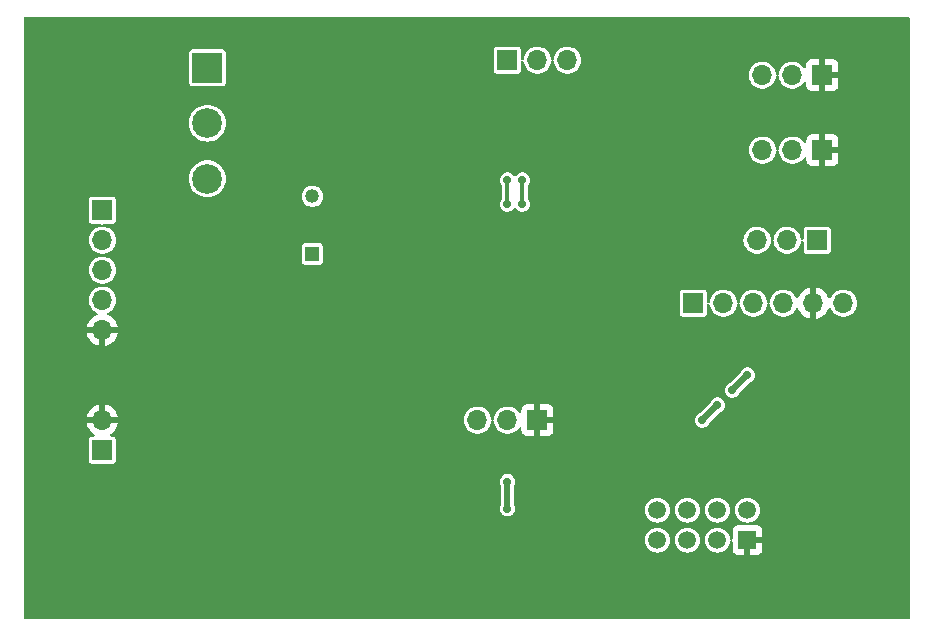
<source format=gbl>
G04 #@! TF.GenerationSoftware,KiCad,Pcbnew,8.0.6*
G04 #@! TF.CreationDate,2025-01-30T10:50:32+01:00*
G04 #@! TF.ProjectId,colorsorter_schematic,636f6c6f-7273-46f7-9274-65725f736368,rev?*
G04 #@! TF.SameCoordinates,Original*
G04 #@! TF.FileFunction,Copper,L2,Bot*
G04 #@! TF.FilePolarity,Positive*
%FSLAX46Y46*%
G04 Gerber Fmt 4.6, Leading zero omitted, Abs format (unit mm)*
G04 Created by KiCad (PCBNEW 8.0.6) date 2025-01-30 10:50:32*
%MOMM*%
%LPD*%
G01*
G04 APERTURE LIST*
G04 #@! TA.AperFunction,ComponentPad*
%ADD10R,1.700000X1.700000*%
G04 #@! TD*
G04 #@! TA.AperFunction,ComponentPad*
%ADD11O,1.700000X1.700000*%
G04 #@! TD*
G04 #@! TA.AperFunction,ComponentPad*
%ADD12R,2.520000X2.520000*%
G04 #@! TD*
G04 #@! TA.AperFunction,ComponentPad*
%ADD13C,2.520000*%
G04 #@! TD*
G04 #@! TA.AperFunction,ComponentPad*
%ADD14R,1.192000X1.192000*%
G04 #@! TD*
G04 #@! TA.AperFunction,ComponentPad*
%ADD15C,1.192000*%
G04 #@! TD*
G04 #@! TA.AperFunction,ComponentPad*
%ADD16R,1.500000X1.500000*%
G04 #@! TD*
G04 #@! TA.AperFunction,ComponentPad*
%ADD17C,1.500000*%
G04 #@! TD*
G04 #@! TA.AperFunction,ViaPad*
%ADD18C,0.700000*%
G04 #@! TD*
G04 #@! TA.AperFunction,Conductor*
%ADD19C,0.500000*%
G04 #@! TD*
G04 #@! TA.AperFunction,Conductor*
%ADD20C,0.300000*%
G04 #@! TD*
G04 APERTURE END LIST*
D10*
X164338000Y-99684000D03*
D11*
X166878000Y-99684000D03*
X169418000Y-99684000D03*
X171958000Y-99684000D03*
X174498000Y-99684000D03*
X177038000Y-99684000D03*
D12*
X123190000Y-79744000D03*
D13*
X123190000Y-84444000D03*
X123190000Y-89144000D03*
D10*
X174809150Y-94350000D03*
D11*
X172269150Y-94350000D03*
X169729150Y-94350000D03*
D10*
X114300000Y-112130000D03*
D11*
X114300000Y-109590000D03*
D14*
X132080000Y-95520000D03*
D15*
X132080000Y-90640000D03*
D16*
X168910000Y-119750000D03*
D17*
X166370000Y-119750000D03*
X163830000Y-119750000D03*
X161290000Y-119750000D03*
X168910000Y-117210000D03*
X166370000Y-117210000D03*
X163830000Y-117210000D03*
X161290000Y-117210000D03*
D10*
X175260000Y-86730000D03*
D11*
X172720000Y-86730000D03*
X170180000Y-86730000D03*
D10*
X114300000Y-91810000D03*
D11*
X114300000Y-94350000D03*
X114300000Y-96890000D03*
X114300000Y-99430000D03*
X114300000Y-101970000D03*
D10*
X151130000Y-109590000D03*
D11*
X148590000Y-109590000D03*
X146050000Y-109590000D03*
D10*
X148590000Y-79110000D03*
D11*
X151130000Y-79110000D03*
X153670000Y-79110000D03*
D10*
X175245000Y-80380000D03*
D11*
X172705000Y-80380000D03*
X170165000Y-80380000D03*
D18*
X167640000Y-107050000D03*
X165100000Y-109590000D03*
X166370000Y-108320000D03*
X168910000Y-105780000D03*
X170942000Y-119750000D03*
X177901600Y-80380000D03*
X157480000Y-85714000D03*
X151130000Y-112130000D03*
X122809000Y-101335000D03*
X139090400Y-98160000D03*
X164338000Y-82920000D03*
X137535000Y-94280000D03*
X116840000Y-90286000D03*
X135809995Y-116702000D03*
X145592800Y-104510000D03*
X163830000Y-95620000D03*
X164084000Y-85460000D03*
X176635000Y-107055000D03*
X155346400Y-104510000D03*
X177749200Y-86730000D03*
X122809000Y-94858000D03*
X148132800Y-93384800D03*
X158546800Y-112790400D03*
X111963200Y-109590000D03*
X174498000Y-101970000D03*
X119635001Y-108575001D03*
X157429200Y-95924800D03*
X138684000Y-89270000D03*
X116840000Y-101970000D03*
X148590000Y-117083000D03*
X148590000Y-114797000D03*
X148590000Y-89270000D03*
X148590000Y-91302000D03*
X149860000Y-91302000D03*
X149860000Y-89270000D03*
D19*
X165100000Y-109590000D02*
X166370000Y-108320000D01*
X167640000Y-107050000D02*
X168910000Y-105780000D01*
X148590000Y-114797000D02*
X148590000Y-117083000D01*
D20*
X148590000Y-89270000D02*
X148590000Y-91302000D01*
X149860000Y-91302000D02*
X149860000Y-89270000D01*
G04 #@! TA.AperFunction,Conductor*
G36*
X182602539Y-75450185D02*
G01*
X182648294Y-75502989D01*
X182659500Y-75554500D01*
X182659500Y-126305500D01*
X182639815Y-126372539D01*
X182587011Y-126418294D01*
X182535500Y-126429500D01*
X107784500Y-126429500D01*
X107717461Y-126409815D01*
X107671706Y-126357011D01*
X107660500Y-126305500D01*
X107660500Y-119750000D01*
X160234417Y-119750000D01*
X160254699Y-119955932D01*
X160254700Y-119955934D01*
X160314768Y-120153954D01*
X160412315Y-120336450D01*
X160412317Y-120336452D01*
X160543589Y-120496410D01*
X160606242Y-120547827D01*
X160703550Y-120627685D01*
X160886046Y-120725232D01*
X161084066Y-120785300D01*
X161084065Y-120785300D01*
X161102529Y-120787118D01*
X161290000Y-120805583D01*
X161495934Y-120785300D01*
X161693954Y-120725232D01*
X161876450Y-120627685D01*
X162036410Y-120496410D01*
X162167685Y-120336450D01*
X162265232Y-120153954D01*
X162325300Y-119955934D01*
X162345583Y-119750000D01*
X162774417Y-119750000D01*
X162794699Y-119955932D01*
X162794700Y-119955934D01*
X162854768Y-120153954D01*
X162952315Y-120336450D01*
X162952317Y-120336452D01*
X163083589Y-120496410D01*
X163146242Y-120547827D01*
X163243550Y-120627685D01*
X163426046Y-120725232D01*
X163624066Y-120785300D01*
X163624065Y-120785300D01*
X163642529Y-120787118D01*
X163830000Y-120805583D01*
X164035934Y-120785300D01*
X164233954Y-120725232D01*
X164416450Y-120627685D01*
X164576410Y-120496410D01*
X164707685Y-120336450D01*
X164805232Y-120153954D01*
X164865300Y-119955934D01*
X164885583Y-119750000D01*
X165314417Y-119750000D01*
X165334699Y-119955932D01*
X165334700Y-119955934D01*
X165394768Y-120153954D01*
X165492315Y-120336450D01*
X165492317Y-120336452D01*
X165623589Y-120496410D01*
X165686242Y-120547827D01*
X165783550Y-120627685D01*
X165966046Y-120725232D01*
X166164066Y-120785300D01*
X166164065Y-120785300D01*
X166182529Y-120787118D01*
X166370000Y-120805583D01*
X166575934Y-120785300D01*
X166773954Y-120725232D01*
X166956450Y-120627685D01*
X167116410Y-120496410D01*
X167247685Y-120336450D01*
X167345232Y-120153954D01*
X167405300Y-119955934D01*
X167412597Y-119881848D01*
X167438758Y-119817061D01*
X167495792Y-119776702D01*
X167565592Y-119773585D01*
X167625997Y-119808700D01*
X167657828Y-119870897D01*
X167660000Y-119894002D01*
X167660000Y-120547844D01*
X167666401Y-120607372D01*
X167666403Y-120607379D01*
X167716645Y-120742086D01*
X167716649Y-120742093D01*
X167802809Y-120857187D01*
X167802812Y-120857190D01*
X167917906Y-120943350D01*
X167917913Y-120943354D01*
X168052620Y-120993596D01*
X168052627Y-120993598D01*
X168112155Y-120999999D01*
X168112172Y-121000000D01*
X168660000Y-121000000D01*
X168660000Y-120065686D01*
X168664394Y-120070080D01*
X168755606Y-120122741D01*
X168857339Y-120150000D01*
X168962661Y-120150000D01*
X169064394Y-120122741D01*
X169155606Y-120070080D01*
X169160000Y-120065686D01*
X169160000Y-121000000D01*
X169707828Y-121000000D01*
X169707844Y-120999999D01*
X169767372Y-120993598D01*
X169767379Y-120993596D01*
X169902086Y-120943354D01*
X169902093Y-120943350D01*
X170017187Y-120857190D01*
X170017190Y-120857187D01*
X170103350Y-120742093D01*
X170103354Y-120742086D01*
X170153596Y-120607379D01*
X170153598Y-120607372D01*
X170159999Y-120547844D01*
X170160000Y-120547827D01*
X170160000Y-120000000D01*
X169225686Y-120000000D01*
X169230080Y-119995606D01*
X169282741Y-119904394D01*
X169310000Y-119802661D01*
X169310000Y-119697339D01*
X169282741Y-119595606D01*
X169230080Y-119504394D01*
X169225686Y-119500000D01*
X170160000Y-119500000D01*
X170160000Y-118952172D01*
X170159999Y-118952155D01*
X170153598Y-118892627D01*
X170153596Y-118892620D01*
X170103354Y-118757913D01*
X170103350Y-118757906D01*
X170017190Y-118642812D01*
X170017187Y-118642809D01*
X169902093Y-118556649D01*
X169902086Y-118556645D01*
X169767379Y-118506403D01*
X169767372Y-118506401D01*
X169707844Y-118500000D01*
X169054002Y-118500000D01*
X168986963Y-118480315D01*
X168941208Y-118427511D01*
X168931264Y-118358353D01*
X168960289Y-118294797D01*
X169019067Y-118257023D01*
X169041848Y-118252597D01*
X169060916Y-118250718D01*
X169115934Y-118245300D01*
X169313954Y-118185232D01*
X169496450Y-118087685D01*
X169656410Y-117956410D01*
X169787685Y-117796450D01*
X169885232Y-117613954D01*
X169945300Y-117415934D01*
X169965583Y-117210000D01*
X169945300Y-117004066D01*
X169885232Y-116806046D01*
X169787685Y-116623550D01*
X169735702Y-116560209D01*
X169656410Y-116463589D01*
X169496452Y-116332317D01*
X169496453Y-116332317D01*
X169496450Y-116332315D01*
X169313954Y-116234768D01*
X169115934Y-116174700D01*
X169115932Y-116174699D01*
X169115934Y-116174699D01*
X168910000Y-116154417D01*
X168704067Y-116174699D01*
X168506043Y-116234769D01*
X168395898Y-116293643D01*
X168323550Y-116332315D01*
X168323548Y-116332316D01*
X168323547Y-116332317D01*
X168163589Y-116463589D01*
X168032317Y-116623547D01*
X167934769Y-116806043D01*
X167874699Y-117004067D01*
X167854417Y-117210000D01*
X167874699Y-117415932D01*
X167934769Y-117613956D01*
X167941502Y-117626554D01*
X168032315Y-117796450D01*
X168032317Y-117796452D01*
X168163589Y-117956410D01*
X168260209Y-118035702D01*
X168323550Y-118087685D01*
X168506046Y-118185232D01*
X168704066Y-118245300D01*
X168704065Y-118245300D01*
X168778152Y-118252597D01*
X168842939Y-118278758D01*
X168883298Y-118335792D01*
X168886415Y-118405592D01*
X168851300Y-118465997D01*
X168789103Y-118497828D01*
X168765998Y-118500000D01*
X168112155Y-118500000D01*
X168052627Y-118506401D01*
X168052620Y-118506403D01*
X167917913Y-118556645D01*
X167917906Y-118556649D01*
X167802812Y-118642809D01*
X167802809Y-118642812D01*
X167716649Y-118757906D01*
X167716645Y-118757913D01*
X167666403Y-118892620D01*
X167666401Y-118892627D01*
X167660000Y-118952155D01*
X167660000Y-119605997D01*
X167640315Y-119673036D01*
X167587511Y-119718791D01*
X167518353Y-119728735D01*
X167454797Y-119699710D01*
X167417023Y-119640932D01*
X167412597Y-119618151D01*
X167405300Y-119544067D01*
X167395332Y-119511206D01*
X167345232Y-119346046D01*
X167247685Y-119163550D01*
X167195702Y-119100209D01*
X167116410Y-119003589D01*
X166956452Y-118872317D01*
X166956453Y-118872317D01*
X166956450Y-118872315D01*
X166773954Y-118774768D01*
X166575934Y-118714700D01*
X166575932Y-118714699D01*
X166575934Y-118714699D01*
X166370000Y-118694417D01*
X166164067Y-118714699D01*
X165966043Y-118774769D01*
X165855898Y-118833643D01*
X165783550Y-118872315D01*
X165783548Y-118872316D01*
X165783547Y-118872317D01*
X165623589Y-119003589D01*
X165492317Y-119163547D01*
X165394769Y-119346043D01*
X165334699Y-119544067D01*
X165314417Y-119750000D01*
X164885583Y-119750000D01*
X164865300Y-119544066D01*
X164805232Y-119346046D01*
X164707685Y-119163550D01*
X164655702Y-119100209D01*
X164576410Y-119003589D01*
X164416452Y-118872317D01*
X164416453Y-118872317D01*
X164416450Y-118872315D01*
X164233954Y-118774768D01*
X164035934Y-118714700D01*
X164035932Y-118714699D01*
X164035934Y-118714699D01*
X163830000Y-118694417D01*
X163624067Y-118714699D01*
X163426043Y-118774769D01*
X163315898Y-118833643D01*
X163243550Y-118872315D01*
X163243548Y-118872316D01*
X163243547Y-118872317D01*
X163083589Y-119003589D01*
X162952317Y-119163547D01*
X162854769Y-119346043D01*
X162794699Y-119544067D01*
X162774417Y-119750000D01*
X162345583Y-119750000D01*
X162325300Y-119544066D01*
X162265232Y-119346046D01*
X162167685Y-119163550D01*
X162115702Y-119100209D01*
X162036410Y-119003589D01*
X161876452Y-118872317D01*
X161876453Y-118872317D01*
X161876450Y-118872315D01*
X161693954Y-118774768D01*
X161495934Y-118714700D01*
X161495932Y-118714699D01*
X161495934Y-118714699D01*
X161290000Y-118694417D01*
X161084067Y-118714699D01*
X160886043Y-118774769D01*
X160775898Y-118833643D01*
X160703550Y-118872315D01*
X160703548Y-118872316D01*
X160703547Y-118872317D01*
X160543589Y-119003589D01*
X160412317Y-119163547D01*
X160314769Y-119346043D01*
X160254699Y-119544067D01*
X160234417Y-119750000D01*
X107660500Y-119750000D01*
X107660500Y-114796999D01*
X147934722Y-114796999D01*
X147934722Y-114797000D01*
X147953762Y-114953818D01*
X148009780Y-115101523D01*
X148017548Y-115112777D01*
X148039433Y-115179130D01*
X148039500Y-115183219D01*
X148039500Y-116696780D01*
X148019815Y-116763819D01*
X148017552Y-116767217D01*
X148009780Y-116778476D01*
X147953762Y-116926181D01*
X147934722Y-117082999D01*
X147934722Y-117083000D01*
X147953762Y-117239818D01*
X148009780Y-117387523D01*
X148099517Y-117517530D01*
X148217760Y-117622283D01*
X148217762Y-117622284D01*
X148357634Y-117695696D01*
X148511014Y-117733500D01*
X148511015Y-117733500D01*
X148668985Y-117733500D01*
X148822365Y-117695696D01*
X148962240Y-117622283D01*
X149080483Y-117517530D01*
X149170220Y-117387523D01*
X149226237Y-117239818D01*
X149229858Y-117210000D01*
X160234417Y-117210000D01*
X160254699Y-117415932D01*
X160314769Y-117613956D01*
X160321502Y-117626554D01*
X160412315Y-117796450D01*
X160412317Y-117796452D01*
X160543589Y-117956410D01*
X160640209Y-118035702D01*
X160703550Y-118087685D01*
X160886046Y-118185232D01*
X161084066Y-118245300D01*
X161084065Y-118245300D01*
X161102529Y-118247118D01*
X161290000Y-118265583D01*
X161495934Y-118245300D01*
X161693954Y-118185232D01*
X161876450Y-118087685D01*
X162036410Y-117956410D01*
X162167685Y-117796450D01*
X162265232Y-117613954D01*
X162325300Y-117415934D01*
X162345583Y-117210000D01*
X162774417Y-117210000D01*
X162794699Y-117415932D01*
X162854769Y-117613956D01*
X162861502Y-117626554D01*
X162952315Y-117796450D01*
X162952317Y-117796452D01*
X163083589Y-117956410D01*
X163180209Y-118035702D01*
X163243550Y-118087685D01*
X163426046Y-118185232D01*
X163624066Y-118245300D01*
X163624065Y-118245300D01*
X163642529Y-118247118D01*
X163830000Y-118265583D01*
X164035934Y-118245300D01*
X164233954Y-118185232D01*
X164416450Y-118087685D01*
X164576410Y-117956410D01*
X164707685Y-117796450D01*
X164805232Y-117613954D01*
X164865300Y-117415934D01*
X164885583Y-117210000D01*
X165314417Y-117210000D01*
X165334699Y-117415932D01*
X165394769Y-117613956D01*
X165401502Y-117626554D01*
X165492315Y-117796450D01*
X165492317Y-117796452D01*
X165623589Y-117956410D01*
X165720209Y-118035702D01*
X165783550Y-118087685D01*
X165966046Y-118185232D01*
X166164066Y-118245300D01*
X166164065Y-118245300D01*
X166182529Y-118247118D01*
X166370000Y-118265583D01*
X166575934Y-118245300D01*
X166773954Y-118185232D01*
X166956450Y-118087685D01*
X167116410Y-117956410D01*
X167247685Y-117796450D01*
X167345232Y-117613954D01*
X167405300Y-117415934D01*
X167425583Y-117210000D01*
X167405300Y-117004066D01*
X167345232Y-116806046D01*
X167247685Y-116623550D01*
X167195702Y-116560209D01*
X167116410Y-116463589D01*
X166956452Y-116332317D01*
X166956453Y-116332317D01*
X166956450Y-116332315D01*
X166773954Y-116234768D01*
X166575934Y-116174700D01*
X166575932Y-116174699D01*
X166575934Y-116174699D01*
X166370000Y-116154417D01*
X166164067Y-116174699D01*
X165966043Y-116234769D01*
X165855898Y-116293643D01*
X165783550Y-116332315D01*
X165783548Y-116332316D01*
X165783547Y-116332317D01*
X165623589Y-116463589D01*
X165492317Y-116623547D01*
X165394769Y-116806043D01*
X165334699Y-117004067D01*
X165314417Y-117210000D01*
X164885583Y-117210000D01*
X164865300Y-117004066D01*
X164805232Y-116806046D01*
X164707685Y-116623550D01*
X164655702Y-116560209D01*
X164576410Y-116463589D01*
X164416452Y-116332317D01*
X164416453Y-116332317D01*
X164416450Y-116332315D01*
X164233954Y-116234768D01*
X164035934Y-116174700D01*
X164035932Y-116174699D01*
X164035934Y-116174699D01*
X163830000Y-116154417D01*
X163624067Y-116174699D01*
X163426043Y-116234769D01*
X163315898Y-116293643D01*
X163243550Y-116332315D01*
X163243548Y-116332316D01*
X163243547Y-116332317D01*
X163083589Y-116463589D01*
X162952317Y-116623547D01*
X162854769Y-116806043D01*
X162794699Y-117004067D01*
X162774417Y-117210000D01*
X162345583Y-117210000D01*
X162325300Y-117004066D01*
X162265232Y-116806046D01*
X162167685Y-116623550D01*
X162115702Y-116560209D01*
X162036410Y-116463589D01*
X161876452Y-116332317D01*
X161876453Y-116332317D01*
X161876450Y-116332315D01*
X161693954Y-116234768D01*
X161495934Y-116174700D01*
X161495932Y-116174699D01*
X161495934Y-116174699D01*
X161290000Y-116154417D01*
X161084067Y-116174699D01*
X160886043Y-116234769D01*
X160775898Y-116293643D01*
X160703550Y-116332315D01*
X160703548Y-116332316D01*
X160703547Y-116332317D01*
X160543589Y-116463589D01*
X160412317Y-116623547D01*
X160314769Y-116806043D01*
X160254699Y-117004067D01*
X160234417Y-117210000D01*
X149229858Y-117210000D01*
X149245278Y-117083000D01*
X149226237Y-116926182D01*
X149170220Y-116778477D01*
X149162448Y-116767217D01*
X149140567Y-116700862D01*
X149140500Y-116696780D01*
X149140500Y-115183219D01*
X149160185Y-115116180D01*
X149162434Y-115112802D01*
X149170220Y-115101523D01*
X149226237Y-114953818D01*
X149245278Y-114797000D01*
X149226237Y-114640182D01*
X149170220Y-114492477D01*
X149080483Y-114362470D01*
X148962240Y-114257717D01*
X148962238Y-114257716D01*
X148962237Y-114257715D01*
X148822365Y-114184303D01*
X148668986Y-114146500D01*
X148668985Y-114146500D01*
X148511015Y-114146500D01*
X148511014Y-114146500D01*
X148357634Y-114184303D01*
X148217762Y-114257715D01*
X148099516Y-114362471D01*
X148009781Y-114492475D01*
X148009780Y-114492476D01*
X147953762Y-114640181D01*
X147934722Y-114796999D01*
X107660500Y-114796999D01*
X107660500Y-109339999D01*
X112969364Y-109339999D01*
X112969364Y-109340000D01*
X113866988Y-109340000D01*
X113834075Y-109397007D01*
X113800000Y-109524174D01*
X113800000Y-109655826D01*
X113834075Y-109782993D01*
X113866988Y-109840000D01*
X112969364Y-109840000D01*
X113026567Y-110053486D01*
X113026570Y-110053492D01*
X113126399Y-110267578D01*
X113261894Y-110461082D01*
X113428917Y-110628105D01*
X113608605Y-110753925D01*
X113652230Y-110808502D01*
X113659422Y-110878001D01*
X113627900Y-110940355D01*
X113567670Y-110975769D01*
X113537482Y-110979500D01*
X113405144Y-110979500D01*
X113405117Y-110979502D01*
X113380012Y-110982413D01*
X113380008Y-110982415D01*
X113277235Y-111027793D01*
X113197794Y-111107234D01*
X113152415Y-111210006D01*
X113152415Y-111210008D01*
X113149500Y-111235131D01*
X113149500Y-113024856D01*
X113149502Y-113024882D01*
X113152413Y-113049987D01*
X113152415Y-113049991D01*
X113197793Y-113152764D01*
X113197794Y-113152765D01*
X113277235Y-113232206D01*
X113380009Y-113277585D01*
X113405135Y-113280500D01*
X115194864Y-113280499D01*
X115194879Y-113280497D01*
X115194882Y-113280497D01*
X115219987Y-113277586D01*
X115219988Y-113277585D01*
X115219991Y-113277585D01*
X115322765Y-113232206D01*
X115402206Y-113152765D01*
X115447585Y-113049991D01*
X115450500Y-113024865D01*
X115450499Y-111235136D01*
X115450497Y-111235117D01*
X115447586Y-111210012D01*
X115447585Y-111210010D01*
X115447585Y-111210009D01*
X115402206Y-111107235D01*
X115322765Y-111027794D01*
X115322763Y-111027793D01*
X115219992Y-110982415D01*
X115194868Y-110979500D01*
X115062519Y-110979500D01*
X114995480Y-110959815D01*
X114949725Y-110907011D01*
X114939781Y-110837853D01*
X114968806Y-110774297D01*
X114991395Y-110753925D01*
X115171082Y-110628105D01*
X115338105Y-110461082D01*
X115473600Y-110267578D01*
X115573429Y-110053492D01*
X115573432Y-110053486D01*
X115630636Y-109840000D01*
X114733012Y-109840000D01*
X114765925Y-109782993D01*
X114800000Y-109655826D01*
X114800000Y-109590000D01*
X144894571Y-109590000D01*
X144914244Y-109802310D01*
X144967675Y-109990099D01*
X144972596Y-110007392D01*
X144972596Y-110007394D01*
X145067632Y-110198253D01*
X145139385Y-110293268D01*
X145196128Y-110368407D01*
X145353698Y-110512052D01*
X145534981Y-110624298D01*
X145733802Y-110701321D01*
X145943390Y-110740500D01*
X145943392Y-110740500D01*
X146156608Y-110740500D01*
X146156610Y-110740500D01*
X146366198Y-110701321D01*
X146565019Y-110624298D01*
X146746302Y-110512052D01*
X146903872Y-110368407D01*
X147032366Y-110198255D01*
X147086270Y-110090000D01*
X147127403Y-110007394D01*
X147127403Y-110007393D01*
X147127405Y-110007389D01*
X147185756Y-109802310D01*
X147196529Y-109686047D01*
X147222315Y-109621111D01*
X147264622Y-109590804D01*
X147373130Y-109590804D01*
X147409503Y-109611668D01*
X147441693Y-109673681D01*
X147443470Y-109686047D01*
X147454244Y-109802310D01*
X147507675Y-109990099D01*
X147512596Y-110007392D01*
X147512596Y-110007394D01*
X147607632Y-110198253D01*
X147679385Y-110293268D01*
X147736128Y-110368407D01*
X147893698Y-110512052D01*
X148074981Y-110624298D01*
X148273802Y-110701321D01*
X148483390Y-110740500D01*
X148483392Y-110740500D01*
X148696608Y-110740500D01*
X148696610Y-110740500D01*
X148906198Y-110701321D01*
X149105019Y-110624298D01*
X149286302Y-110512052D01*
X149443872Y-110368407D01*
X149557047Y-110218540D01*
X149613155Y-110176905D01*
X149682867Y-110172214D01*
X149744049Y-110205956D01*
X149777276Y-110267419D01*
X149780000Y-110293268D01*
X149780000Y-110487844D01*
X149786401Y-110547372D01*
X149786403Y-110547379D01*
X149836645Y-110682086D01*
X149836649Y-110682093D01*
X149922809Y-110797187D01*
X149922812Y-110797190D01*
X150037906Y-110883350D01*
X150037913Y-110883354D01*
X150172620Y-110933596D01*
X150172627Y-110933598D01*
X150232155Y-110939999D01*
X150232172Y-110940000D01*
X150880000Y-110940000D01*
X150880000Y-110023012D01*
X150937007Y-110055925D01*
X151064174Y-110090000D01*
X151195826Y-110090000D01*
X151322993Y-110055925D01*
X151380000Y-110023012D01*
X151380000Y-110940000D01*
X152027828Y-110940000D01*
X152027844Y-110939999D01*
X152087372Y-110933598D01*
X152087379Y-110933596D01*
X152222086Y-110883354D01*
X152222093Y-110883350D01*
X152337187Y-110797190D01*
X152337190Y-110797187D01*
X152423350Y-110682093D01*
X152423354Y-110682086D01*
X152473596Y-110547379D01*
X152473598Y-110547372D01*
X152479999Y-110487844D01*
X152480000Y-110487827D01*
X152480000Y-109840000D01*
X151563012Y-109840000D01*
X151595925Y-109782993D01*
X151630000Y-109655826D01*
X151630000Y-109589999D01*
X164444722Y-109589999D01*
X164444722Y-109590000D01*
X164463762Y-109746818D01*
X164477482Y-109782993D01*
X164519780Y-109894523D01*
X164609517Y-110024530D01*
X164727760Y-110129283D01*
X164727762Y-110129284D01*
X164867634Y-110202696D01*
X165021014Y-110240500D01*
X165021015Y-110240500D01*
X165178985Y-110240500D01*
X165332365Y-110202696D01*
X165472240Y-110129283D01*
X165590483Y-110024530D01*
X165680220Y-109894523D01*
X165735677Y-109748294D01*
X165763935Y-109704588D01*
X166489623Y-108978900D01*
X166547628Y-108946186D01*
X166578959Y-108938464D01*
X166602362Y-108932697D01*
X166602363Y-108932696D01*
X166602365Y-108932696D01*
X166742240Y-108859283D01*
X166860483Y-108754530D01*
X166950220Y-108624523D01*
X167006237Y-108476818D01*
X167025278Y-108320000D01*
X167006237Y-108163182D01*
X166950220Y-108015477D01*
X166860483Y-107885470D01*
X166742240Y-107780717D01*
X166742238Y-107780716D01*
X166742237Y-107780715D01*
X166602365Y-107707303D01*
X166448986Y-107669500D01*
X166448985Y-107669500D01*
X166291015Y-107669500D01*
X166291014Y-107669500D01*
X166137634Y-107707303D01*
X165997762Y-107780715D01*
X165879516Y-107885471D01*
X165789781Y-108015475D01*
X165789780Y-108015476D01*
X165734325Y-108161699D01*
X165706064Y-108205409D01*
X164980377Y-108931096D01*
X164922372Y-108963811D01*
X164867638Y-108977302D01*
X164867634Y-108977303D01*
X164727762Y-109050715D01*
X164609516Y-109155471D01*
X164519781Y-109285475D01*
X164519780Y-109285476D01*
X164463762Y-109433181D01*
X164444722Y-109589999D01*
X151630000Y-109589999D01*
X151630000Y-109524174D01*
X151595925Y-109397007D01*
X151563012Y-109340000D01*
X152480000Y-109340000D01*
X152480000Y-108692172D01*
X152479999Y-108692155D01*
X152473598Y-108632627D01*
X152473596Y-108632620D01*
X152423354Y-108497913D01*
X152423350Y-108497906D01*
X152337190Y-108382812D01*
X152337187Y-108382809D01*
X152222093Y-108296649D01*
X152222086Y-108296645D01*
X152087379Y-108246403D01*
X152087372Y-108246401D01*
X152027844Y-108240000D01*
X151380000Y-108240000D01*
X151380000Y-109156988D01*
X151322993Y-109124075D01*
X151195826Y-109090000D01*
X151064174Y-109090000D01*
X150937007Y-109124075D01*
X150880000Y-109156988D01*
X150880000Y-108240000D01*
X150232155Y-108240000D01*
X150172627Y-108246401D01*
X150172620Y-108246403D01*
X150037913Y-108296645D01*
X150037906Y-108296649D01*
X149922812Y-108382809D01*
X149922809Y-108382812D01*
X149836649Y-108497906D01*
X149836645Y-108497913D01*
X149786403Y-108632620D01*
X149786401Y-108632627D01*
X149780000Y-108692155D01*
X149780000Y-108886731D01*
X149760315Y-108953770D01*
X149707511Y-108999525D01*
X149638353Y-109009469D01*
X149574797Y-108980444D01*
X149557046Y-108961458D01*
X149443872Y-108811593D01*
X149381275Y-108754528D01*
X149286302Y-108667948D01*
X149105019Y-108555702D01*
X149105017Y-108555701D01*
X148955829Y-108497906D01*
X148906198Y-108478679D01*
X148696610Y-108439500D01*
X148483390Y-108439500D01*
X148273802Y-108478679D01*
X148273799Y-108478679D01*
X148273799Y-108478680D01*
X148074982Y-108555701D01*
X148074980Y-108555702D01*
X147893699Y-108667947D01*
X147736127Y-108811593D01*
X147607632Y-108981746D01*
X147512596Y-109172605D01*
X147512596Y-109172607D01*
X147454244Y-109377689D01*
X147443471Y-109493951D01*
X147417685Y-109558888D01*
X147373130Y-109590804D01*
X147264622Y-109590804D01*
X147266869Y-109589194D01*
X147230497Y-109568331D01*
X147198307Y-109506318D01*
X147196529Y-109493951D01*
X147190898Y-109433182D01*
X147185756Y-109377690D01*
X147127405Y-109172611D01*
X147127403Y-109172606D01*
X147127403Y-109172605D01*
X147032367Y-108981746D01*
X146903872Y-108811593D01*
X146841275Y-108754528D01*
X146746302Y-108667948D01*
X146565019Y-108555702D01*
X146565017Y-108555701D01*
X146415829Y-108497906D01*
X146366198Y-108478679D01*
X146156610Y-108439500D01*
X145943390Y-108439500D01*
X145733802Y-108478679D01*
X145733799Y-108478679D01*
X145733799Y-108478680D01*
X145534982Y-108555701D01*
X145534980Y-108555702D01*
X145353699Y-108667947D01*
X145196127Y-108811593D01*
X145067632Y-108981746D01*
X144972596Y-109172605D01*
X144972596Y-109172607D01*
X144914244Y-109377689D01*
X144900671Y-109524174D01*
X144894571Y-109590000D01*
X114800000Y-109590000D01*
X114800000Y-109524174D01*
X114765925Y-109397007D01*
X114733012Y-109340000D01*
X115630636Y-109340000D01*
X115630635Y-109339999D01*
X115573432Y-109126513D01*
X115573429Y-109126507D01*
X115473600Y-108912422D01*
X115473599Y-108912420D01*
X115338113Y-108718926D01*
X115338108Y-108718920D01*
X115171082Y-108551894D01*
X114977578Y-108416399D01*
X114763492Y-108316570D01*
X114763486Y-108316567D01*
X114550000Y-108259364D01*
X114550000Y-109156988D01*
X114492993Y-109124075D01*
X114365826Y-109090000D01*
X114234174Y-109090000D01*
X114107007Y-109124075D01*
X114050000Y-109156988D01*
X114050000Y-108259364D01*
X114049999Y-108259364D01*
X113836513Y-108316567D01*
X113836507Y-108316570D01*
X113622422Y-108416399D01*
X113622420Y-108416400D01*
X113428926Y-108551886D01*
X113428920Y-108551891D01*
X113261891Y-108718920D01*
X113261886Y-108718926D01*
X113126400Y-108912420D01*
X113126399Y-108912422D01*
X113026570Y-109126507D01*
X113026567Y-109126513D01*
X112969364Y-109339999D01*
X107660500Y-109339999D01*
X107660500Y-107049999D01*
X166984722Y-107049999D01*
X166984722Y-107050000D01*
X167003762Y-107206818D01*
X167059780Y-107354523D01*
X167149517Y-107484530D01*
X167267760Y-107589283D01*
X167267762Y-107589284D01*
X167407634Y-107662696D01*
X167561014Y-107700500D01*
X167561015Y-107700500D01*
X167718985Y-107700500D01*
X167872365Y-107662696D01*
X168012240Y-107589283D01*
X168130483Y-107484530D01*
X168220220Y-107354523D01*
X168275677Y-107208294D01*
X168303935Y-107164588D01*
X169029623Y-106438900D01*
X169087628Y-106406186D01*
X169118959Y-106398464D01*
X169142362Y-106392697D01*
X169142363Y-106392696D01*
X169142365Y-106392696D01*
X169282240Y-106319283D01*
X169400483Y-106214530D01*
X169490220Y-106084523D01*
X169546237Y-105936818D01*
X169565278Y-105780000D01*
X169546237Y-105623182D01*
X169490220Y-105475477D01*
X169400483Y-105345470D01*
X169282240Y-105240717D01*
X169282238Y-105240716D01*
X169282237Y-105240715D01*
X169142365Y-105167303D01*
X168988986Y-105129500D01*
X168988985Y-105129500D01*
X168831015Y-105129500D01*
X168831014Y-105129500D01*
X168677634Y-105167303D01*
X168537762Y-105240715D01*
X168419516Y-105345471D01*
X168329781Y-105475475D01*
X168329780Y-105475476D01*
X168274325Y-105621699D01*
X168246064Y-105665409D01*
X167520377Y-106391096D01*
X167462372Y-106423811D01*
X167407638Y-106437302D01*
X167407634Y-106437303D01*
X167267762Y-106510715D01*
X167149516Y-106615471D01*
X167059781Y-106745475D01*
X167059780Y-106745476D01*
X167003762Y-106893181D01*
X166984722Y-107049999D01*
X107660500Y-107049999D01*
X107660500Y-101719999D01*
X112969364Y-101719999D01*
X112969364Y-101720000D01*
X113866988Y-101720000D01*
X113834075Y-101777007D01*
X113800000Y-101904174D01*
X113800000Y-102035826D01*
X113834075Y-102162993D01*
X113866988Y-102220000D01*
X112969364Y-102220000D01*
X113026567Y-102433486D01*
X113026570Y-102433492D01*
X113126399Y-102647578D01*
X113261894Y-102841082D01*
X113428917Y-103008105D01*
X113622421Y-103143600D01*
X113836507Y-103243429D01*
X113836516Y-103243433D01*
X114050000Y-103300634D01*
X114050000Y-102403012D01*
X114107007Y-102435925D01*
X114234174Y-102470000D01*
X114365826Y-102470000D01*
X114492993Y-102435925D01*
X114550000Y-102403012D01*
X114550000Y-103300633D01*
X114763483Y-103243433D01*
X114763492Y-103243429D01*
X114977578Y-103143600D01*
X115171082Y-103008105D01*
X115338105Y-102841082D01*
X115473600Y-102647578D01*
X115573429Y-102433492D01*
X115573432Y-102433486D01*
X115630636Y-102220000D01*
X114733012Y-102220000D01*
X114765925Y-102162993D01*
X114800000Y-102035826D01*
X114800000Y-101904174D01*
X114765925Y-101777007D01*
X114733012Y-101720000D01*
X115630636Y-101720000D01*
X115630635Y-101719999D01*
X115573432Y-101506513D01*
X115573429Y-101506507D01*
X115473600Y-101292422D01*
X115473599Y-101292420D01*
X115338113Y-101098926D01*
X115338108Y-101098920D01*
X115171082Y-100931894D01*
X114977578Y-100796399D01*
X114778426Y-100703533D01*
X114725987Y-100657360D01*
X114706835Y-100590167D01*
X114727051Y-100523286D01*
X114780216Y-100477951D01*
X114786005Y-100475537D01*
X114815019Y-100464298D01*
X114996302Y-100352052D01*
X115153872Y-100208407D01*
X115282366Y-100038255D01*
X115282367Y-100038253D01*
X115377403Y-99847394D01*
X115377403Y-99847393D01*
X115377405Y-99847389D01*
X115435756Y-99642310D01*
X115455429Y-99430000D01*
X115435756Y-99217690D01*
X115377405Y-99012611D01*
X115377403Y-99012606D01*
X115377403Y-99012605D01*
X115282367Y-98821746D01*
X115257737Y-98789131D01*
X163187500Y-98789131D01*
X163187500Y-100578856D01*
X163187502Y-100578882D01*
X163190413Y-100603987D01*
X163190415Y-100603991D01*
X163235793Y-100706764D01*
X163235794Y-100706765D01*
X163315235Y-100786206D01*
X163418009Y-100831585D01*
X163443135Y-100834500D01*
X165232864Y-100834499D01*
X165232879Y-100834497D01*
X165232882Y-100834497D01*
X165257987Y-100831586D01*
X165257988Y-100831585D01*
X165257991Y-100831585D01*
X165360765Y-100786206D01*
X165440206Y-100706765D01*
X165485585Y-100603991D01*
X165488500Y-100578865D01*
X165488499Y-99840046D01*
X165508183Y-99773009D01*
X165560987Y-99727254D01*
X165630146Y-99717310D01*
X165693702Y-99746335D01*
X165731476Y-99805113D01*
X165735970Y-99828606D01*
X165737711Y-99847389D01*
X165742244Y-99896310D01*
X165795675Y-100084099D01*
X165800596Y-100101392D01*
X165800596Y-100101394D01*
X165895632Y-100292253D01*
X166024127Y-100462406D01*
X166024128Y-100462407D01*
X166181698Y-100606052D01*
X166362981Y-100718298D01*
X166561802Y-100795321D01*
X166771390Y-100834500D01*
X166771392Y-100834500D01*
X166984608Y-100834500D01*
X166984610Y-100834500D01*
X167194198Y-100795321D01*
X167393019Y-100718298D01*
X167574302Y-100606052D01*
X167731872Y-100462407D01*
X167860366Y-100292255D01*
X167902117Y-100208407D01*
X167955403Y-100101394D01*
X167955403Y-100101393D01*
X167955405Y-100101389D01*
X168013756Y-99896310D01*
X168024529Y-99780047D01*
X168050315Y-99715111D01*
X168092622Y-99684804D01*
X168201130Y-99684804D01*
X168237503Y-99705668D01*
X168269693Y-99767681D01*
X168271470Y-99780047D01*
X168282244Y-99896310D01*
X168335675Y-100084099D01*
X168340596Y-100101392D01*
X168340596Y-100101394D01*
X168435632Y-100292253D01*
X168564127Y-100462406D01*
X168564128Y-100462407D01*
X168721698Y-100606052D01*
X168902981Y-100718298D01*
X169101802Y-100795321D01*
X169311390Y-100834500D01*
X169311392Y-100834500D01*
X169524608Y-100834500D01*
X169524610Y-100834500D01*
X169734198Y-100795321D01*
X169933019Y-100718298D01*
X170114302Y-100606052D01*
X170271872Y-100462407D01*
X170400366Y-100292255D01*
X170442117Y-100208407D01*
X170495403Y-100101394D01*
X170495403Y-100101393D01*
X170495405Y-100101389D01*
X170553756Y-99896310D01*
X170564529Y-99780047D01*
X170590315Y-99715111D01*
X170632622Y-99684804D01*
X170741130Y-99684804D01*
X170777503Y-99705668D01*
X170809693Y-99767681D01*
X170811470Y-99780047D01*
X170822244Y-99896310D01*
X170875675Y-100084099D01*
X170880596Y-100101392D01*
X170880596Y-100101394D01*
X170975632Y-100292253D01*
X171104127Y-100462406D01*
X171104128Y-100462407D01*
X171261698Y-100606052D01*
X171442981Y-100718298D01*
X171641802Y-100795321D01*
X171851390Y-100834500D01*
X171851392Y-100834500D01*
X172064608Y-100834500D01*
X172064610Y-100834500D01*
X172274198Y-100795321D01*
X172473019Y-100718298D01*
X172654302Y-100606052D01*
X172811872Y-100462407D01*
X172940366Y-100292255D01*
X173007325Y-100157781D01*
X173054825Y-100106548D01*
X173122488Y-100089126D01*
X173188828Y-100111051D01*
X173230705Y-100160651D01*
X173324399Y-100361578D01*
X173459894Y-100555082D01*
X173626917Y-100722105D01*
X173820421Y-100857600D01*
X174034507Y-100957429D01*
X174034516Y-100957433D01*
X174248000Y-101014634D01*
X174248000Y-100117012D01*
X174305007Y-100149925D01*
X174432174Y-100184000D01*
X174563826Y-100184000D01*
X174690993Y-100149925D01*
X174748000Y-100117012D01*
X174748000Y-101014633D01*
X174961483Y-100957433D01*
X174961492Y-100957429D01*
X175175578Y-100857600D01*
X175369082Y-100722105D01*
X175536105Y-100555082D01*
X175671600Y-100361578D01*
X175765294Y-100160651D01*
X175811466Y-100108212D01*
X175878660Y-100089060D01*
X175945541Y-100109276D01*
X175988676Y-100157785D01*
X176055632Y-100292253D01*
X176184127Y-100462406D01*
X176184128Y-100462407D01*
X176341698Y-100606052D01*
X176522981Y-100718298D01*
X176721802Y-100795321D01*
X176931390Y-100834500D01*
X176931392Y-100834500D01*
X177144608Y-100834500D01*
X177144610Y-100834500D01*
X177354198Y-100795321D01*
X177553019Y-100718298D01*
X177734302Y-100606052D01*
X177891872Y-100462407D01*
X178020366Y-100292255D01*
X178062117Y-100208407D01*
X178115403Y-100101394D01*
X178115403Y-100101393D01*
X178115405Y-100101389D01*
X178173756Y-99896310D01*
X178193429Y-99684000D01*
X178173756Y-99471690D01*
X178115405Y-99266611D01*
X178115403Y-99266606D01*
X178115403Y-99266605D01*
X178020367Y-99075746D01*
X177891872Y-98905593D01*
X177734302Y-98761948D01*
X177553019Y-98649702D01*
X177553017Y-98649701D01*
X177453608Y-98611190D01*
X177354198Y-98572679D01*
X177144610Y-98533500D01*
X176931390Y-98533500D01*
X176721802Y-98572679D01*
X176721799Y-98572679D01*
X176721799Y-98572680D01*
X176522982Y-98649701D01*
X176522980Y-98649702D01*
X176341699Y-98761947D01*
X176184127Y-98905593D01*
X176055634Y-99075744D01*
X175988676Y-99210215D01*
X175941173Y-99261452D01*
X175873510Y-99278873D01*
X175807170Y-99256947D01*
X175765294Y-99207348D01*
X175671600Y-99006422D01*
X175671599Y-99006420D01*
X175536113Y-98812926D01*
X175536108Y-98812920D01*
X175369082Y-98645894D01*
X175175578Y-98510399D01*
X174961492Y-98410570D01*
X174961486Y-98410567D01*
X174748000Y-98353364D01*
X174748000Y-99250988D01*
X174690993Y-99218075D01*
X174563826Y-99184000D01*
X174432174Y-99184000D01*
X174305007Y-99218075D01*
X174248000Y-99250988D01*
X174248000Y-98353364D01*
X174247999Y-98353364D01*
X174034513Y-98410567D01*
X174034507Y-98410570D01*
X173820422Y-98510399D01*
X173820420Y-98510400D01*
X173626926Y-98645886D01*
X173626920Y-98645891D01*
X173459891Y-98812920D01*
X173459886Y-98812926D01*
X173324400Y-99006420D01*
X173324399Y-99006422D01*
X173230705Y-99207348D01*
X173184532Y-99259787D01*
X173117339Y-99278939D01*
X173050457Y-99258723D01*
X173007323Y-99210215D01*
X172940366Y-99075745D01*
X172892684Y-99012605D01*
X172811872Y-98905593D01*
X172654302Y-98761948D01*
X172473019Y-98649702D01*
X172473017Y-98649701D01*
X172373608Y-98611190D01*
X172274198Y-98572679D01*
X172064610Y-98533500D01*
X171851390Y-98533500D01*
X171641802Y-98572679D01*
X171641799Y-98572679D01*
X171641799Y-98572680D01*
X171442982Y-98649701D01*
X171442980Y-98649702D01*
X171261699Y-98761947D01*
X171104127Y-98905593D01*
X170975632Y-99075746D01*
X170880596Y-99266605D01*
X170880596Y-99266607D01*
X170822244Y-99471689D01*
X170811471Y-99587951D01*
X170785685Y-99652888D01*
X170741130Y-99684804D01*
X170632622Y-99684804D01*
X170634869Y-99683194D01*
X170598497Y-99662331D01*
X170566307Y-99600318D01*
X170564529Y-99587951D01*
X170561175Y-99551759D01*
X170553756Y-99471690D01*
X170495405Y-99266611D01*
X170495403Y-99266606D01*
X170495403Y-99266605D01*
X170400367Y-99075746D01*
X170271872Y-98905593D01*
X170114302Y-98761948D01*
X169933019Y-98649702D01*
X169933017Y-98649701D01*
X169833608Y-98611190D01*
X169734198Y-98572679D01*
X169524610Y-98533500D01*
X169311390Y-98533500D01*
X169101802Y-98572679D01*
X169101799Y-98572679D01*
X169101799Y-98572680D01*
X168902982Y-98649701D01*
X168902980Y-98649702D01*
X168721699Y-98761947D01*
X168564127Y-98905593D01*
X168435632Y-99075746D01*
X168340596Y-99266605D01*
X168340596Y-99266607D01*
X168282244Y-99471689D01*
X168271471Y-99587951D01*
X168245685Y-99652888D01*
X168201130Y-99684804D01*
X168092622Y-99684804D01*
X168094869Y-99683194D01*
X168058497Y-99662331D01*
X168026307Y-99600318D01*
X168024529Y-99587951D01*
X168021175Y-99551759D01*
X168013756Y-99471690D01*
X167955405Y-99266611D01*
X167955403Y-99266606D01*
X167955403Y-99266605D01*
X167860367Y-99075746D01*
X167731872Y-98905593D01*
X167574302Y-98761948D01*
X167393019Y-98649702D01*
X167393017Y-98649701D01*
X167293608Y-98611190D01*
X167194198Y-98572679D01*
X166984610Y-98533500D01*
X166771390Y-98533500D01*
X166561802Y-98572679D01*
X166561799Y-98572679D01*
X166561799Y-98572680D01*
X166362982Y-98649701D01*
X166362980Y-98649702D01*
X166181699Y-98761947D01*
X166024127Y-98905593D01*
X165895632Y-99075746D01*
X165800596Y-99266605D01*
X165800596Y-99266607D01*
X165742244Y-99471689D01*
X165735970Y-99539394D01*
X165710183Y-99604331D01*
X165653383Y-99645018D01*
X165583602Y-99648538D01*
X165522995Y-99613772D01*
X165490806Y-99551759D01*
X165488499Y-99527952D01*
X165488499Y-98789143D01*
X165488499Y-98789136D01*
X165488497Y-98789117D01*
X165485586Y-98764012D01*
X165485585Y-98764010D01*
X165485585Y-98764009D01*
X165440206Y-98661235D01*
X165360765Y-98581794D01*
X165340124Y-98572680D01*
X165257992Y-98536415D01*
X165232865Y-98533500D01*
X163443143Y-98533500D01*
X163443117Y-98533502D01*
X163418012Y-98536413D01*
X163418008Y-98536415D01*
X163315235Y-98581793D01*
X163235794Y-98661234D01*
X163190415Y-98764006D01*
X163190415Y-98764008D01*
X163187500Y-98789131D01*
X115257737Y-98789131D01*
X115153872Y-98651593D01*
X115147612Y-98645886D01*
X114996302Y-98507948D01*
X114815019Y-98395702D01*
X114815017Y-98395701D01*
X114705731Y-98353364D01*
X114616198Y-98318679D01*
X114419385Y-98281888D01*
X114357106Y-98250221D01*
X114321833Y-98189908D01*
X114324767Y-98120100D01*
X114364976Y-98062960D01*
X114419384Y-98038111D01*
X114616198Y-98001321D01*
X114815019Y-97924298D01*
X114996302Y-97812052D01*
X115153872Y-97668407D01*
X115282366Y-97498255D01*
X115377405Y-97307389D01*
X115435756Y-97102310D01*
X115455429Y-96890000D01*
X115435756Y-96677690D01*
X115377405Y-96472611D01*
X115377403Y-96472606D01*
X115377403Y-96472605D01*
X115282367Y-96281746D01*
X115153872Y-96111593D01*
X114996302Y-95967948D01*
X114815019Y-95855702D01*
X114815017Y-95855701D01*
X114715608Y-95817190D01*
X114616198Y-95778679D01*
X114419385Y-95741888D01*
X114357106Y-95710221D01*
X114321833Y-95649908D01*
X114324767Y-95580100D01*
X114364976Y-95522960D01*
X114419384Y-95498111D01*
X114616198Y-95461321D01*
X114815019Y-95384298D01*
X114996302Y-95272052D01*
X115153872Y-95128407D01*
X115282366Y-94958255D01*
X115321765Y-94879131D01*
X131183500Y-94879131D01*
X131183500Y-96160856D01*
X131183502Y-96160882D01*
X131186413Y-96185987D01*
X131186415Y-96185991D01*
X131231793Y-96288764D01*
X131231794Y-96288765D01*
X131311235Y-96368206D01*
X131414009Y-96413585D01*
X131439135Y-96416500D01*
X132720864Y-96416499D01*
X132720879Y-96416497D01*
X132720882Y-96416497D01*
X132745987Y-96413586D01*
X132745988Y-96413585D01*
X132745991Y-96413585D01*
X132848765Y-96368206D01*
X132928206Y-96288765D01*
X132973585Y-96185991D01*
X132976500Y-96160865D01*
X132976499Y-94879136D01*
X132976497Y-94879117D01*
X132973586Y-94854012D01*
X132973585Y-94854010D01*
X132973585Y-94854009D01*
X132928206Y-94751235D01*
X132848765Y-94671794D01*
X132848763Y-94671793D01*
X132745992Y-94626415D01*
X132720865Y-94623500D01*
X131439143Y-94623500D01*
X131439117Y-94623502D01*
X131414012Y-94626413D01*
X131414008Y-94626415D01*
X131311235Y-94671793D01*
X131231794Y-94751234D01*
X131186415Y-94854006D01*
X131186415Y-94854008D01*
X131183500Y-94879131D01*
X115321765Y-94879131D01*
X115321772Y-94879117D01*
X115377403Y-94767394D01*
X115377403Y-94767393D01*
X115377405Y-94767389D01*
X115435756Y-94562310D01*
X115455429Y-94350000D01*
X168573721Y-94350000D01*
X168593394Y-94562310D01*
X168647148Y-94751234D01*
X168651746Y-94767392D01*
X168651746Y-94767394D01*
X168746782Y-94958253D01*
X168746784Y-94958255D01*
X168875278Y-95128407D01*
X169032848Y-95272052D01*
X169214131Y-95384298D01*
X169412952Y-95461321D01*
X169622540Y-95500500D01*
X169622542Y-95500500D01*
X169835758Y-95500500D01*
X169835760Y-95500500D01*
X170045348Y-95461321D01*
X170244169Y-95384298D01*
X170425452Y-95272052D01*
X170583022Y-95128407D01*
X170711516Y-94958255D01*
X170750922Y-94879117D01*
X170806553Y-94767394D01*
X170806553Y-94767393D01*
X170806555Y-94767389D01*
X170864906Y-94562310D01*
X170875679Y-94446047D01*
X170901465Y-94381111D01*
X170943772Y-94350804D01*
X171052280Y-94350804D01*
X171088653Y-94371668D01*
X171120843Y-94433681D01*
X171122620Y-94446047D01*
X171133394Y-94562310D01*
X171187148Y-94751234D01*
X171191746Y-94767392D01*
X171191746Y-94767394D01*
X171286782Y-94958253D01*
X171286784Y-94958255D01*
X171415278Y-95128407D01*
X171572848Y-95272052D01*
X171754131Y-95384298D01*
X171952952Y-95461321D01*
X172162540Y-95500500D01*
X172162542Y-95500500D01*
X172375758Y-95500500D01*
X172375760Y-95500500D01*
X172585348Y-95461321D01*
X172784169Y-95384298D01*
X172965452Y-95272052D01*
X173123022Y-95128407D01*
X173251516Y-94958255D01*
X173290922Y-94879117D01*
X173346553Y-94767394D01*
X173346553Y-94767393D01*
X173346555Y-94767389D01*
X173404906Y-94562310D01*
X173411179Y-94494605D01*
X173436964Y-94429669D01*
X173493764Y-94388981D01*
X173563545Y-94385461D01*
X173624152Y-94420225D01*
X173656343Y-94482238D01*
X173658650Y-94506047D01*
X173658650Y-95244856D01*
X173658652Y-95244882D01*
X173661563Y-95269987D01*
X173661565Y-95269991D01*
X173706943Y-95372764D01*
X173706944Y-95372765D01*
X173786385Y-95452206D01*
X173889159Y-95497585D01*
X173914285Y-95500500D01*
X175704014Y-95500499D01*
X175704029Y-95500497D01*
X175704032Y-95500497D01*
X175729137Y-95497586D01*
X175729138Y-95497585D01*
X175729141Y-95497585D01*
X175831915Y-95452206D01*
X175911356Y-95372765D01*
X175956735Y-95269991D01*
X175959650Y-95244865D01*
X175959649Y-93455136D01*
X175959647Y-93455117D01*
X175956736Y-93430012D01*
X175956735Y-93430010D01*
X175956735Y-93430009D01*
X175911356Y-93327235D01*
X175831915Y-93247794D01*
X175811274Y-93238680D01*
X175729142Y-93202415D01*
X175704015Y-93199500D01*
X173914293Y-93199500D01*
X173914267Y-93199502D01*
X173889162Y-93202413D01*
X173889158Y-93202415D01*
X173786385Y-93247793D01*
X173706944Y-93327234D01*
X173661565Y-93430006D01*
X173661565Y-93430008D01*
X173658650Y-93455131D01*
X173658650Y-94193951D01*
X173638965Y-94260990D01*
X173586161Y-94306745D01*
X173517003Y-94316689D01*
X173453447Y-94287664D01*
X173415673Y-94228886D01*
X173411179Y-94205391D01*
X173404906Y-94137689D01*
X173390423Y-94086789D01*
X173346555Y-93932611D01*
X173346553Y-93932606D01*
X173346553Y-93932605D01*
X173251517Y-93741746D01*
X173123022Y-93571593D01*
X172995283Y-93455143D01*
X172965452Y-93427948D01*
X172784169Y-93315702D01*
X172784167Y-93315701D01*
X172684758Y-93277190D01*
X172585348Y-93238679D01*
X172375760Y-93199500D01*
X172162540Y-93199500D01*
X171952952Y-93238679D01*
X171952949Y-93238679D01*
X171952949Y-93238680D01*
X171754132Y-93315701D01*
X171754130Y-93315702D01*
X171572849Y-93427947D01*
X171415277Y-93571593D01*
X171286782Y-93741746D01*
X171191746Y-93932605D01*
X171191746Y-93932607D01*
X171133394Y-94137689D01*
X171122621Y-94253951D01*
X171096835Y-94318888D01*
X171052280Y-94350804D01*
X170943772Y-94350804D01*
X170946019Y-94349194D01*
X170909647Y-94328331D01*
X170877457Y-94266318D01*
X170875679Y-94253951D01*
X170870119Y-94193951D01*
X170864906Y-94137690D01*
X170806555Y-93932611D01*
X170806553Y-93932606D01*
X170806553Y-93932605D01*
X170711517Y-93741746D01*
X170583022Y-93571593D01*
X170455283Y-93455143D01*
X170425452Y-93427948D01*
X170244169Y-93315702D01*
X170244167Y-93315701D01*
X170144758Y-93277190D01*
X170045348Y-93238679D01*
X169835760Y-93199500D01*
X169622540Y-93199500D01*
X169412952Y-93238679D01*
X169412949Y-93238679D01*
X169412949Y-93238680D01*
X169214132Y-93315701D01*
X169214130Y-93315702D01*
X169032849Y-93427947D01*
X168875277Y-93571593D01*
X168746782Y-93741746D01*
X168651746Y-93932605D01*
X168651746Y-93932607D01*
X168651745Y-93932611D01*
X168593394Y-94137690D01*
X168573721Y-94350000D01*
X115455429Y-94350000D01*
X115435756Y-94137690D01*
X115377405Y-93932611D01*
X115377403Y-93932606D01*
X115377403Y-93932605D01*
X115282367Y-93741746D01*
X115153872Y-93571593D01*
X115026133Y-93455143D01*
X114996302Y-93427948D01*
X114815019Y-93315702D01*
X114815017Y-93315701D01*
X114715608Y-93277190D01*
X114616198Y-93238679D01*
X114443456Y-93206387D01*
X114381176Y-93174719D01*
X114345903Y-93114407D01*
X114348837Y-93044599D01*
X114389046Y-92987459D01*
X114453764Y-92961128D01*
X114466233Y-92960499D01*
X115194864Y-92960499D01*
X115194879Y-92960497D01*
X115194882Y-92960497D01*
X115219987Y-92957586D01*
X115219988Y-92957585D01*
X115219991Y-92957585D01*
X115322765Y-92912206D01*
X115402206Y-92832765D01*
X115447585Y-92729991D01*
X115450500Y-92704865D01*
X115450499Y-90915136D01*
X115450497Y-90915117D01*
X115447586Y-90890012D01*
X115447585Y-90890010D01*
X115447585Y-90890009D01*
X115402206Y-90787235D01*
X115322765Y-90707794D01*
X115322763Y-90707793D01*
X115219992Y-90662415D01*
X115194865Y-90659500D01*
X113405143Y-90659500D01*
X113405117Y-90659502D01*
X113380012Y-90662413D01*
X113380008Y-90662415D01*
X113277235Y-90707793D01*
X113197794Y-90787234D01*
X113152415Y-90890006D01*
X113152415Y-90890008D01*
X113149500Y-90915131D01*
X113149500Y-92704856D01*
X113149502Y-92704882D01*
X113152413Y-92729987D01*
X113152415Y-92729991D01*
X113197793Y-92832764D01*
X113197794Y-92832765D01*
X113277235Y-92912206D01*
X113380009Y-92957585D01*
X113405135Y-92960500D01*
X114133758Y-92960499D01*
X114200795Y-92980183D01*
X114246550Y-93032987D01*
X114256494Y-93102146D01*
X114227469Y-93165702D01*
X114168691Y-93203476D01*
X114156542Y-93206388D01*
X114100116Y-93216935D01*
X113983802Y-93238679D01*
X113983800Y-93238679D01*
X113983798Y-93238680D01*
X113784982Y-93315701D01*
X113784980Y-93315702D01*
X113603699Y-93427947D01*
X113446127Y-93571593D01*
X113317632Y-93741746D01*
X113222596Y-93932605D01*
X113222596Y-93932607D01*
X113222595Y-93932611D01*
X113164244Y-94137690D01*
X113144571Y-94350000D01*
X113164244Y-94562310D01*
X113217998Y-94751234D01*
X113222596Y-94767392D01*
X113222596Y-94767394D01*
X113317632Y-94958253D01*
X113317634Y-94958255D01*
X113446128Y-95128407D01*
X113603698Y-95272052D01*
X113784981Y-95384298D01*
X113983802Y-95461321D01*
X114180613Y-95498111D01*
X114242893Y-95529779D01*
X114278166Y-95590092D01*
X114275232Y-95659900D01*
X114235023Y-95717040D01*
X114180613Y-95741888D01*
X113983802Y-95778679D01*
X113983799Y-95778679D01*
X113983799Y-95778680D01*
X113784982Y-95855701D01*
X113784980Y-95855702D01*
X113603699Y-95967947D01*
X113446127Y-96111593D01*
X113317632Y-96281746D01*
X113222596Y-96472605D01*
X113222596Y-96472607D01*
X113164244Y-96677689D01*
X113144571Y-96889999D01*
X113144571Y-96890000D01*
X113164244Y-97102310D01*
X113222596Y-97307392D01*
X113222596Y-97307394D01*
X113317632Y-97498253D01*
X113317634Y-97498255D01*
X113446128Y-97668407D01*
X113603698Y-97812052D01*
X113784981Y-97924298D01*
X113983802Y-98001321D01*
X114180613Y-98038111D01*
X114242893Y-98069779D01*
X114278166Y-98130092D01*
X114275232Y-98199900D01*
X114235023Y-98257040D01*
X114180613Y-98281888D01*
X113983802Y-98318679D01*
X113983799Y-98318679D01*
X113983799Y-98318680D01*
X113784982Y-98395701D01*
X113784980Y-98395702D01*
X113603699Y-98507947D01*
X113446127Y-98651593D01*
X113317632Y-98821746D01*
X113222596Y-99012605D01*
X113222596Y-99012607D01*
X113164244Y-99217689D01*
X113158569Y-99278939D01*
X113144571Y-99430000D01*
X113164244Y-99642310D01*
X113194835Y-99749826D01*
X113222596Y-99847392D01*
X113222596Y-99847394D01*
X113317632Y-100038253D01*
X113446127Y-100208406D01*
X113446128Y-100208407D01*
X113603698Y-100352052D01*
X113784981Y-100464298D01*
X113813961Y-100475525D01*
X113869362Y-100518095D01*
X113892954Y-100583861D01*
X113877244Y-100651942D01*
X113827222Y-100700722D01*
X113821573Y-100703533D01*
X113622422Y-100796399D01*
X113622420Y-100796400D01*
X113428926Y-100931886D01*
X113428920Y-100931891D01*
X113261891Y-101098920D01*
X113261886Y-101098926D01*
X113126400Y-101292420D01*
X113126399Y-101292422D01*
X113026570Y-101506507D01*
X113026567Y-101506513D01*
X112969364Y-101719999D01*
X107660500Y-101719999D01*
X107660500Y-89144000D01*
X121624675Y-89144000D01*
X121643947Y-89388874D01*
X121701287Y-89627714D01*
X121795284Y-89854643D01*
X121923621Y-90064070D01*
X121923622Y-90064072D01*
X121923625Y-90064075D01*
X122083148Y-90250852D01*
X122227732Y-90374338D01*
X122269927Y-90410377D01*
X122269929Y-90410378D01*
X122479356Y-90538715D01*
X122706285Y-90632712D01*
X122706286Y-90632712D01*
X122706288Y-90632713D01*
X122945129Y-90690053D01*
X123190000Y-90709325D01*
X123434871Y-90690053D01*
X123643359Y-90640000D01*
X131178562Y-90640000D01*
X131198261Y-90827419D01*
X131198262Y-90827422D01*
X131256493Y-91006645D01*
X131256495Y-91006648D01*
X131350721Y-91169852D01*
X131394646Y-91218636D01*
X131476814Y-91309894D01*
X131476821Y-91309900D01*
X131629276Y-91420665D01*
X131629277Y-91420665D01*
X131629281Y-91420668D01*
X131769684Y-91483179D01*
X131801435Y-91497316D01*
X131801440Y-91497318D01*
X131985774Y-91536500D01*
X132174226Y-91536500D01*
X132358560Y-91497318D01*
X132530719Y-91420668D01*
X132683180Y-91309899D01*
X132690293Y-91302000D01*
X132710500Y-91279556D01*
X132809279Y-91169852D01*
X132903505Y-91006648D01*
X132961739Y-90827419D01*
X132981438Y-90640000D01*
X132961739Y-90452581D01*
X132903505Y-90273352D01*
X132809279Y-90110148D01*
X132759889Y-90055295D01*
X132683185Y-89970105D01*
X132683178Y-89970099D01*
X132530723Y-89859334D01*
X132530720Y-89859332D01*
X132530719Y-89859332D01*
X132468206Y-89831499D01*
X132358564Y-89782683D01*
X132358559Y-89782681D01*
X132174226Y-89743500D01*
X131985774Y-89743500D01*
X131801440Y-89782681D01*
X131801435Y-89782683D01*
X131629281Y-89859332D01*
X131629276Y-89859334D01*
X131476821Y-89970099D01*
X131476814Y-89970105D01*
X131350720Y-90110149D01*
X131256493Y-90273354D01*
X131211973Y-90410378D01*
X131198261Y-90452581D01*
X131178562Y-90640000D01*
X123643359Y-90640000D01*
X123673712Y-90632713D01*
X123900643Y-90538715D01*
X124110075Y-90410375D01*
X124296852Y-90250852D01*
X124456375Y-90064075D01*
X124584715Y-89854643D01*
X124678713Y-89627712D01*
X124736053Y-89388871D01*
X124745409Y-89269999D01*
X147934722Y-89269999D01*
X147934722Y-89270000D01*
X147953762Y-89426818D01*
X148009780Y-89574523D01*
X148009781Y-89574524D01*
X148099518Y-89704532D01*
X148104491Y-89710145D01*
X148103044Y-89711426D01*
X148134850Y-89762120D01*
X148139500Y-89795759D01*
X148139500Y-90776240D01*
X148119815Y-90843279D01*
X148104153Y-90861556D01*
X148104491Y-90861856D01*
X148099515Y-90867472D01*
X148009781Y-90997475D01*
X148009780Y-90997476D01*
X147953762Y-91145181D01*
X147934722Y-91301999D01*
X147934722Y-91302000D01*
X147953762Y-91458818D01*
X148009780Y-91606523D01*
X148099517Y-91736530D01*
X148217760Y-91841283D01*
X148217762Y-91841284D01*
X148357634Y-91914696D01*
X148511014Y-91952500D01*
X148511015Y-91952500D01*
X148668985Y-91952500D01*
X148822365Y-91914696D01*
X148962240Y-91841283D01*
X149080483Y-91736530D01*
X149122950Y-91675006D01*
X149177232Y-91631015D01*
X149246681Y-91623355D01*
X149309246Y-91654458D01*
X149327050Y-91675006D01*
X149369514Y-91736527D01*
X149369516Y-91736529D01*
X149369517Y-91736530D01*
X149487760Y-91841283D01*
X149487762Y-91841284D01*
X149627634Y-91914696D01*
X149781014Y-91952500D01*
X149781015Y-91952500D01*
X149938985Y-91952500D01*
X150092365Y-91914696D01*
X150232240Y-91841283D01*
X150350483Y-91736530D01*
X150440220Y-91606523D01*
X150496237Y-91458818D01*
X150515278Y-91302000D01*
X150499233Y-91169852D01*
X150496237Y-91145181D01*
X150443698Y-91006648D01*
X150440220Y-90997477D01*
X150350483Y-90867470D01*
X150350479Y-90867466D01*
X150345509Y-90861856D01*
X150346953Y-90860576D01*
X150315145Y-90809860D01*
X150310500Y-90776240D01*
X150310500Y-89795759D01*
X150330185Y-89728720D01*
X150345846Y-89710444D01*
X150345509Y-89710145D01*
X150350481Y-89704532D01*
X150350481Y-89704531D01*
X150350483Y-89704530D01*
X150440220Y-89574523D01*
X150496237Y-89426818D01*
X150515278Y-89270000D01*
X150496237Y-89113182D01*
X150440220Y-88965477D01*
X150350483Y-88835470D01*
X150232240Y-88730717D01*
X150232238Y-88730716D01*
X150232237Y-88730715D01*
X150092365Y-88657303D01*
X149938986Y-88619500D01*
X149938985Y-88619500D01*
X149781015Y-88619500D01*
X149781014Y-88619500D01*
X149627634Y-88657303D01*
X149487762Y-88730715D01*
X149369516Y-88835471D01*
X149327050Y-88896994D01*
X149272767Y-88940984D01*
X149203318Y-88948644D01*
X149140754Y-88917541D01*
X149122950Y-88896994D01*
X149112828Y-88882330D01*
X149080483Y-88835470D01*
X148962240Y-88730717D01*
X148962238Y-88730716D01*
X148962237Y-88730715D01*
X148822365Y-88657303D01*
X148668986Y-88619500D01*
X148668985Y-88619500D01*
X148511015Y-88619500D01*
X148511014Y-88619500D01*
X148357634Y-88657303D01*
X148217762Y-88730715D01*
X148099516Y-88835471D01*
X148009781Y-88965475D01*
X148009780Y-88965476D01*
X147953762Y-89113181D01*
X147934722Y-89269999D01*
X124745409Y-89269999D01*
X124755325Y-89144000D01*
X124736053Y-88899129D01*
X124678713Y-88660288D01*
X124584715Y-88433357D01*
X124584715Y-88433356D01*
X124456378Y-88223929D01*
X124456377Y-88223927D01*
X124420338Y-88181732D01*
X124296852Y-88037148D01*
X124173364Y-87931679D01*
X124110072Y-87877622D01*
X124110070Y-87877621D01*
X123900643Y-87749284D01*
X123673714Y-87655287D01*
X123434874Y-87597947D01*
X123190000Y-87578675D01*
X122945125Y-87597947D01*
X122706285Y-87655287D01*
X122479356Y-87749284D01*
X122269929Y-87877621D01*
X122269927Y-87877622D01*
X122083148Y-88037148D01*
X121923622Y-88223927D01*
X121923621Y-88223929D01*
X121795284Y-88433356D01*
X121701287Y-88660285D01*
X121643947Y-88899125D01*
X121624675Y-89144000D01*
X107660500Y-89144000D01*
X107660500Y-86730000D01*
X169024571Y-86730000D01*
X169044244Y-86942310D01*
X169097675Y-87130099D01*
X169102596Y-87147392D01*
X169102596Y-87147394D01*
X169197632Y-87338253D01*
X169269385Y-87433268D01*
X169326128Y-87508407D01*
X169483698Y-87652052D01*
X169664981Y-87764298D01*
X169863802Y-87841321D01*
X170073390Y-87880500D01*
X170073392Y-87880500D01*
X170286608Y-87880500D01*
X170286610Y-87880500D01*
X170496198Y-87841321D01*
X170695019Y-87764298D01*
X170876302Y-87652052D01*
X171033872Y-87508407D01*
X171162366Y-87338255D01*
X171216270Y-87230000D01*
X171257403Y-87147394D01*
X171257403Y-87147393D01*
X171257405Y-87147389D01*
X171315756Y-86942310D01*
X171326529Y-86826047D01*
X171352315Y-86761111D01*
X171394622Y-86730804D01*
X171503130Y-86730804D01*
X171539503Y-86751668D01*
X171571693Y-86813681D01*
X171573470Y-86826047D01*
X171584244Y-86942310D01*
X171637675Y-87130099D01*
X171642596Y-87147392D01*
X171642596Y-87147394D01*
X171737632Y-87338253D01*
X171809385Y-87433268D01*
X171866128Y-87508407D01*
X172023698Y-87652052D01*
X172204981Y-87764298D01*
X172403802Y-87841321D01*
X172613390Y-87880500D01*
X172613392Y-87880500D01*
X172826608Y-87880500D01*
X172826610Y-87880500D01*
X173036198Y-87841321D01*
X173235019Y-87764298D01*
X173416302Y-87652052D01*
X173573872Y-87508407D01*
X173687047Y-87358540D01*
X173743155Y-87316905D01*
X173812867Y-87312214D01*
X173874049Y-87345956D01*
X173907276Y-87407419D01*
X173910000Y-87433268D01*
X173910000Y-87627844D01*
X173916401Y-87687372D01*
X173916403Y-87687379D01*
X173966645Y-87822086D01*
X173966649Y-87822093D01*
X174052809Y-87937187D01*
X174052812Y-87937190D01*
X174167906Y-88023350D01*
X174167913Y-88023354D01*
X174302620Y-88073596D01*
X174302627Y-88073598D01*
X174362155Y-88079999D01*
X174362172Y-88080000D01*
X175010000Y-88080000D01*
X175010000Y-87163012D01*
X175067007Y-87195925D01*
X175194174Y-87230000D01*
X175325826Y-87230000D01*
X175452993Y-87195925D01*
X175510000Y-87163012D01*
X175510000Y-88080000D01*
X176157828Y-88080000D01*
X176157844Y-88079999D01*
X176217372Y-88073598D01*
X176217379Y-88073596D01*
X176352086Y-88023354D01*
X176352093Y-88023350D01*
X176467187Y-87937190D01*
X176467190Y-87937187D01*
X176553350Y-87822093D01*
X176553354Y-87822086D01*
X176603596Y-87687379D01*
X176603598Y-87687372D01*
X176609999Y-87627844D01*
X176610000Y-87627827D01*
X176610000Y-86980000D01*
X175693012Y-86980000D01*
X175725925Y-86922993D01*
X175760000Y-86795826D01*
X175760000Y-86664174D01*
X175725925Y-86537007D01*
X175693012Y-86480000D01*
X176610000Y-86480000D01*
X176610000Y-85832172D01*
X176609999Y-85832155D01*
X176603598Y-85772627D01*
X176603596Y-85772620D01*
X176553354Y-85637913D01*
X176553350Y-85637906D01*
X176467190Y-85522812D01*
X176467187Y-85522809D01*
X176352093Y-85436649D01*
X176352086Y-85436645D01*
X176217379Y-85386403D01*
X176217372Y-85386401D01*
X176157844Y-85380000D01*
X175510000Y-85380000D01*
X175510000Y-86296988D01*
X175452993Y-86264075D01*
X175325826Y-86230000D01*
X175194174Y-86230000D01*
X175067007Y-86264075D01*
X175010000Y-86296988D01*
X175010000Y-85380000D01*
X174362155Y-85380000D01*
X174302627Y-85386401D01*
X174302620Y-85386403D01*
X174167913Y-85436645D01*
X174167906Y-85436649D01*
X174052812Y-85522809D01*
X174052809Y-85522812D01*
X173966649Y-85637906D01*
X173966645Y-85637913D01*
X173916403Y-85772620D01*
X173916401Y-85772627D01*
X173910000Y-85832155D01*
X173910000Y-86026731D01*
X173890315Y-86093770D01*
X173837511Y-86139525D01*
X173768353Y-86149469D01*
X173704797Y-86120444D01*
X173687046Y-86101458D01*
X173573872Y-85951593D01*
X173553161Y-85932712D01*
X173416302Y-85807948D01*
X173235019Y-85695702D01*
X173235017Y-85695701D01*
X173085829Y-85637906D01*
X173036198Y-85618679D01*
X172826610Y-85579500D01*
X172613390Y-85579500D01*
X172403802Y-85618679D01*
X172403799Y-85618679D01*
X172403799Y-85618680D01*
X172204982Y-85695701D01*
X172204980Y-85695702D01*
X172023699Y-85807947D01*
X171866127Y-85951593D01*
X171737632Y-86121746D01*
X171642596Y-86312605D01*
X171642596Y-86312607D01*
X171584244Y-86517689D01*
X171573471Y-86633951D01*
X171547685Y-86698888D01*
X171503130Y-86730804D01*
X171394622Y-86730804D01*
X171396869Y-86729194D01*
X171360497Y-86708331D01*
X171328307Y-86646318D01*
X171326529Y-86633951D01*
X171325849Y-86626613D01*
X171315756Y-86517690D01*
X171257405Y-86312611D01*
X171257403Y-86312606D01*
X171257403Y-86312605D01*
X171162367Y-86121746D01*
X171033872Y-85951593D01*
X171013161Y-85932712D01*
X170876302Y-85807948D01*
X170695019Y-85695702D01*
X170695017Y-85695701D01*
X170545829Y-85637906D01*
X170496198Y-85618679D01*
X170286610Y-85579500D01*
X170073390Y-85579500D01*
X169863802Y-85618679D01*
X169863799Y-85618679D01*
X169863799Y-85618680D01*
X169664982Y-85695701D01*
X169664980Y-85695702D01*
X169483699Y-85807947D01*
X169326127Y-85951593D01*
X169197632Y-86121746D01*
X169102596Y-86312605D01*
X169102596Y-86312607D01*
X169044244Y-86517689D01*
X169030671Y-86664174D01*
X169024571Y-86730000D01*
X107660500Y-86730000D01*
X107660500Y-84444000D01*
X121624675Y-84444000D01*
X121643947Y-84688874D01*
X121701287Y-84927714D01*
X121795284Y-85154643D01*
X121923621Y-85364070D01*
X121923622Y-85364072D01*
X121923625Y-85364075D01*
X122083148Y-85550852D01*
X122185075Y-85637906D01*
X122269927Y-85710377D01*
X122269929Y-85710378D01*
X122479356Y-85838715D01*
X122706285Y-85932712D01*
X122706286Y-85932712D01*
X122706288Y-85932713D01*
X122945129Y-85990053D01*
X123190000Y-86009325D01*
X123434871Y-85990053D01*
X123673712Y-85932713D01*
X123900643Y-85838715D01*
X124110075Y-85710375D01*
X124296852Y-85550852D01*
X124456375Y-85364075D01*
X124584715Y-85154643D01*
X124678713Y-84927712D01*
X124736053Y-84688871D01*
X124755325Y-84444000D01*
X124736053Y-84199129D01*
X124678713Y-83960288D01*
X124584715Y-83733357D01*
X124584715Y-83733356D01*
X124456378Y-83523929D01*
X124456377Y-83523927D01*
X124420338Y-83481732D01*
X124296852Y-83337148D01*
X124173364Y-83231679D01*
X124110072Y-83177622D01*
X124110070Y-83177621D01*
X123900643Y-83049284D01*
X123673714Y-82955287D01*
X123434874Y-82897947D01*
X123190000Y-82878675D01*
X122945125Y-82897947D01*
X122706285Y-82955287D01*
X122479356Y-83049284D01*
X122269929Y-83177621D01*
X122269927Y-83177622D01*
X122083148Y-83337148D01*
X121923622Y-83523927D01*
X121923621Y-83523929D01*
X121795284Y-83733356D01*
X121701287Y-83960285D01*
X121643947Y-84199125D01*
X121624675Y-84444000D01*
X107660500Y-84444000D01*
X107660500Y-78439131D01*
X121629500Y-78439131D01*
X121629500Y-81048856D01*
X121629502Y-81048882D01*
X121632413Y-81073987D01*
X121632415Y-81073991D01*
X121677793Y-81176764D01*
X121677794Y-81176765D01*
X121757235Y-81256206D01*
X121860009Y-81301585D01*
X121885135Y-81304500D01*
X124494864Y-81304499D01*
X124494879Y-81304497D01*
X124494882Y-81304497D01*
X124519987Y-81301586D01*
X124519988Y-81301585D01*
X124519991Y-81301585D01*
X124622765Y-81256206D01*
X124702206Y-81176765D01*
X124747585Y-81073991D01*
X124750500Y-81048865D01*
X124750500Y-80380000D01*
X169009571Y-80380000D01*
X169029244Y-80592310D01*
X169082675Y-80780099D01*
X169087596Y-80797392D01*
X169087596Y-80797394D01*
X169182632Y-80988253D01*
X169247376Y-81073987D01*
X169311128Y-81158407D01*
X169468698Y-81302052D01*
X169649981Y-81414298D01*
X169848802Y-81491321D01*
X170058390Y-81530500D01*
X170058392Y-81530500D01*
X170271608Y-81530500D01*
X170271610Y-81530500D01*
X170481198Y-81491321D01*
X170680019Y-81414298D01*
X170861302Y-81302052D01*
X171018872Y-81158407D01*
X171147366Y-80988255D01*
X171201270Y-80880000D01*
X171242403Y-80797394D01*
X171242403Y-80797393D01*
X171242405Y-80797389D01*
X171300756Y-80592310D01*
X171311529Y-80476047D01*
X171337315Y-80411111D01*
X171379622Y-80380804D01*
X171488130Y-80380804D01*
X171524503Y-80401668D01*
X171556693Y-80463681D01*
X171558470Y-80476047D01*
X171569244Y-80592310D01*
X171622675Y-80780099D01*
X171627596Y-80797392D01*
X171627596Y-80797394D01*
X171722632Y-80988253D01*
X171787376Y-81073987D01*
X171851128Y-81158407D01*
X172008698Y-81302052D01*
X172189981Y-81414298D01*
X172388802Y-81491321D01*
X172598390Y-81530500D01*
X172598392Y-81530500D01*
X172811608Y-81530500D01*
X172811610Y-81530500D01*
X173021198Y-81491321D01*
X173220019Y-81414298D01*
X173401302Y-81302052D01*
X173558872Y-81158407D01*
X173672047Y-81008540D01*
X173728155Y-80966905D01*
X173797867Y-80962214D01*
X173859049Y-80995956D01*
X173892276Y-81057419D01*
X173895000Y-81083268D01*
X173895000Y-81277844D01*
X173901401Y-81337372D01*
X173901403Y-81337379D01*
X173951645Y-81472086D01*
X173951649Y-81472093D01*
X174037809Y-81587187D01*
X174037812Y-81587190D01*
X174152906Y-81673350D01*
X174152913Y-81673354D01*
X174287620Y-81723596D01*
X174287627Y-81723598D01*
X174347155Y-81729999D01*
X174347172Y-81730000D01*
X174995000Y-81730000D01*
X174995000Y-80813012D01*
X175052007Y-80845925D01*
X175179174Y-80880000D01*
X175310826Y-80880000D01*
X175437993Y-80845925D01*
X175495000Y-80813012D01*
X175495000Y-81730000D01*
X176142828Y-81730000D01*
X176142844Y-81729999D01*
X176202372Y-81723598D01*
X176202379Y-81723596D01*
X176337086Y-81673354D01*
X176337093Y-81673350D01*
X176452187Y-81587190D01*
X176452190Y-81587187D01*
X176538350Y-81472093D01*
X176538354Y-81472086D01*
X176588596Y-81337379D01*
X176588598Y-81337372D01*
X176594999Y-81277844D01*
X176595000Y-81277827D01*
X176595000Y-80630000D01*
X175678012Y-80630000D01*
X175710925Y-80572993D01*
X175745000Y-80445826D01*
X175745000Y-80314174D01*
X175710925Y-80187007D01*
X175678012Y-80130000D01*
X176595000Y-80130000D01*
X176595000Y-79482172D01*
X176594999Y-79482155D01*
X176588598Y-79422627D01*
X176588596Y-79422620D01*
X176538354Y-79287913D01*
X176538350Y-79287906D01*
X176452190Y-79172812D01*
X176452187Y-79172809D01*
X176337093Y-79086649D01*
X176337086Y-79086645D01*
X176202379Y-79036403D01*
X176202372Y-79036401D01*
X176142844Y-79030000D01*
X175495000Y-79030000D01*
X175495000Y-79946988D01*
X175437993Y-79914075D01*
X175310826Y-79880000D01*
X175179174Y-79880000D01*
X175052007Y-79914075D01*
X174995000Y-79946988D01*
X174995000Y-79030000D01*
X174347155Y-79030000D01*
X174287627Y-79036401D01*
X174287620Y-79036403D01*
X174152913Y-79086645D01*
X174152906Y-79086649D01*
X174037812Y-79172809D01*
X174037809Y-79172812D01*
X173951649Y-79287906D01*
X173951645Y-79287913D01*
X173901403Y-79422620D01*
X173901401Y-79422627D01*
X173895000Y-79482155D01*
X173895000Y-79676731D01*
X173875315Y-79743770D01*
X173822511Y-79789525D01*
X173753353Y-79799469D01*
X173689797Y-79770444D01*
X173672046Y-79751458D01*
X173558872Y-79601593D01*
X173477480Y-79527394D01*
X173401302Y-79457948D01*
X173220019Y-79345702D01*
X173220017Y-79345701D01*
X173070829Y-79287906D01*
X173021198Y-79268679D01*
X172811610Y-79229500D01*
X172598390Y-79229500D01*
X172388802Y-79268679D01*
X172388799Y-79268679D01*
X172388799Y-79268680D01*
X172189982Y-79345701D01*
X172189980Y-79345702D01*
X172008699Y-79457947D01*
X171851127Y-79601593D01*
X171722632Y-79771746D01*
X171627596Y-79962605D01*
X171627596Y-79962607D01*
X171569244Y-80167689D01*
X171558471Y-80283951D01*
X171532685Y-80348888D01*
X171488130Y-80380804D01*
X171379622Y-80380804D01*
X171381869Y-80379194D01*
X171345497Y-80358331D01*
X171313307Y-80296318D01*
X171311529Y-80283951D01*
X171309086Y-80257584D01*
X171300756Y-80167690D01*
X171242405Y-79962611D01*
X171242403Y-79962606D01*
X171242403Y-79962605D01*
X171147367Y-79771746D01*
X171018872Y-79601593D01*
X170937480Y-79527394D01*
X170861302Y-79457948D01*
X170680019Y-79345702D01*
X170680017Y-79345701D01*
X170530829Y-79287906D01*
X170481198Y-79268679D01*
X170271610Y-79229500D01*
X170058390Y-79229500D01*
X169848802Y-79268679D01*
X169848799Y-79268679D01*
X169848799Y-79268680D01*
X169649982Y-79345701D01*
X169649980Y-79345702D01*
X169468699Y-79457947D01*
X169311127Y-79601593D01*
X169182632Y-79771746D01*
X169087596Y-79962605D01*
X169087596Y-79962607D01*
X169029244Y-80167689D01*
X169015671Y-80314174D01*
X169009571Y-80380000D01*
X124750500Y-80380000D01*
X124750499Y-78439136D01*
X124750497Y-78439117D01*
X124747586Y-78414012D01*
X124747585Y-78414010D01*
X124747585Y-78414009D01*
X124702206Y-78311235D01*
X124622765Y-78231794D01*
X124585027Y-78215131D01*
X147439500Y-78215131D01*
X147439500Y-80004856D01*
X147439502Y-80004882D01*
X147442413Y-80029987D01*
X147442415Y-80029991D01*
X147487793Y-80132764D01*
X147487794Y-80132765D01*
X147567235Y-80212206D01*
X147670009Y-80257585D01*
X147695135Y-80260500D01*
X149484864Y-80260499D01*
X149484879Y-80260497D01*
X149484882Y-80260497D01*
X149509987Y-80257586D01*
X149509988Y-80257585D01*
X149509991Y-80257585D01*
X149612765Y-80212206D01*
X149692206Y-80132765D01*
X149737585Y-80029991D01*
X149740500Y-80004865D01*
X149740499Y-79266046D01*
X149760183Y-79199009D01*
X149812987Y-79153254D01*
X149882146Y-79143310D01*
X149945702Y-79172335D01*
X149983476Y-79231113D01*
X149987970Y-79254606D01*
X149994244Y-79322310D01*
X150039729Y-79482172D01*
X150052596Y-79527392D01*
X150052596Y-79527394D01*
X150147632Y-79718253D01*
X150269779Y-79880000D01*
X150276128Y-79888407D01*
X150433698Y-80032052D01*
X150614981Y-80144298D01*
X150813802Y-80221321D01*
X151023390Y-80260500D01*
X151023392Y-80260500D01*
X151236608Y-80260500D01*
X151236610Y-80260500D01*
X151446198Y-80221321D01*
X151645019Y-80144298D01*
X151826302Y-80032052D01*
X151983872Y-79888407D01*
X152112366Y-79718255D01*
X152207405Y-79527389D01*
X152265756Y-79322310D01*
X152276529Y-79206047D01*
X152302315Y-79141111D01*
X152344622Y-79110804D01*
X152453130Y-79110804D01*
X152489503Y-79131668D01*
X152521693Y-79193681D01*
X152523470Y-79206047D01*
X152534244Y-79322310D01*
X152579729Y-79482172D01*
X152592596Y-79527392D01*
X152592596Y-79527394D01*
X152687632Y-79718253D01*
X152809779Y-79880000D01*
X152816128Y-79888407D01*
X152973698Y-80032052D01*
X153154981Y-80144298D01*
X153353802Y-80221321D01*
X153563390Y-80260500D01*
X153563392Y-80260500D01*
X153776608Y-80260500D01*
X153776610Y-80260500D01*
X153986198Y-80221321D01*
X154185019Y-80144298D01*
X154366302Y-80032052D01*
X154523872Y-79888407D01*
X154652366Y-79718255D01*
X154747405Y-79527389D01*
X154805756Y-79322310D01*
X154825429Y-79110000D01*
X154805756Y-78897690D01*
X154747405Y-78692611D01*
X154747403Y-78692606D01*
X154747403Y-78692605D01*
X154652367Y-78501746D01*
X154523872Y-78331593D01*
X154396133Y-78215143D01*
X154366302Y-78187948D01*
X154185019Y-78075702D01*
X154185017Y-78075701D01*
X154085608Y-78037190D01*
X153986198Y-77998679D01*
X153776610Y-77959500D01*
X153563390Y-77959500D01*
X153353802Y-77998679D01*
X153353799Y-77998679D01*
X153353799Y-77998680D01*
X153154982Y-78075701D01*
X153154980Y-78075702D01*
X152973699Y-78187947D01*
X152816127Y-78331593D01*
X152687632Y-78501746D01*
X152592596Y-78692605D01*
X152592596Y-78692607D01*
X152534244Y-78897689D01*
X152523471Y-79013951D01*
X152497685Y-79078888D01*
X152453130Y-79110804D01*
X152344622Y-79110804D01*
X152346869Y-79109194D01*
X152310497Y-79088331D01*
X152278307Y-79026318D01*
X152276529Y-79013951D01*
X152273175Y-78977759D01*
X152265756Y-78897690D01*
X152207405Y-78692611D01*
X152207403Y-78692606D01*
X152207403Y-78692605D01*
X152112367Y-78501746D01*
X151983872Y-78331593D01*
X151856133Y-78215143D01*
X151826302Y-78187948D01*
X151645019Y-78075702D01*
X151645017Y-78075701D01*
X151545608Y-78037190D01*
X151446198Y-77998679D01*
X151236610Y-77959500D01*
X151023390Y-77959500D01*
X150813802Y-77998679D01*
X150813799Y-77998679D01*
X150813799Y-77998680D01*
X150614982Y-78075701D01*
X150614980Y-78075702D01*
X150433699Y-78187947D01*
X150276127Y-78331593D01*
X150147632Y-78501746D01*
X150052596Y-78692605D01*
X150052596Y-78692607D01*
X149994244Y-78897689D01*
X149987970Y-78965394D01*
X149962183Y-79030331D01*
X149905383Y-79071018D01*
X149835602Y-79074538D01*
X149774995Y-79039772D01*
X149742806Y-78977759D01*
X149740499Y-78953952D01*
X149740499Y-78215143D01*
X149740499Y-78215136D01*
X149740497Y-78215117D01*
X149737586Y-78190012D01*
X149737585Y-78190010D01*
X149737585Y-78190009D01*
X149692206Y-78087235D01*
X149612765Y-78007794D01*
X149592124Y-77998680D01*
X149509992Y-77962415D01*
X149484865Y-77959500D01*
X147695143Y-77959500D01*
X147695117Y-77959502D01*
X147670012Y-77962413D01*
X147670008Y-77962415D01*
X147567235Y-78007793D01*
X147487794Y-78087234D01*
X147442415Y-78190006D01*
X147442415Y-78190008D01*
X147439500Y-78215131D01*
X124585027Y-78215131D01*
X124584995Y-78215117D01*
X124519992Y-78186415D01*
X124494865Y-78183500D01*
X121885143Y-78183500D01*
X121885117Y-78183502D01*
X121860012Y-78186413D01*
X121860008Y-78186415D01*
X121757235Y-78231793D01*
X121677794Y-78311234D01*
X121632415Y-78414006D01*
X121632415Y-78414008D01*
X121629500Y-78439131D01*
X107660500Y-78439131D01*
X107660500Y-75554500D01*
X107680185Y-75487461D01*
X107732989Y-75441706D01*
X107784500Y-75430500D01*
X182535500Y-75430500D01*
X182602539Y-75450185D01*
G37*
G04 #@! TD.AperFunction*
M02*

</source>
